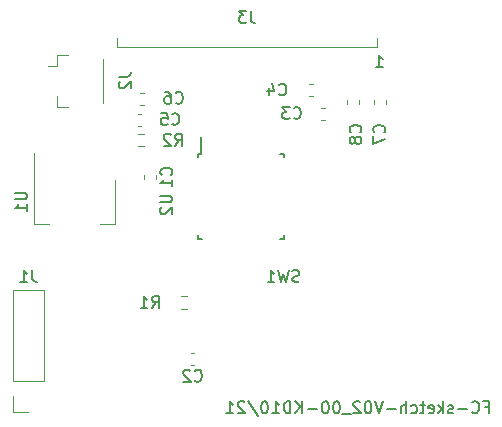
<source format=gbo>
G04 #@! TF.GenerationSoftware,KiCad,Pcbnew,5.1.10-88a1d61d58~90~ubuntu20.04.1*
G04 #@! TF.CreationDate,2021-11-23T17:14:05+00:00*
G04 #@! TF.ProjectId,sketch_v2,736b6574-6368-45f7-9632-2e6b69636164,rev?*
G04 #@! TF.SameCoordinates,Original*
G04 #@! TF.FileFunction,Legend,Bot*
G04 #@! TF.FilePolarity,Positive*
%FSLAX46Y46*%
G04 Gerber Fmt 4.6, Leading zero omitted, Abs format (unit mm)*
G04 Created by KiCad (PCBNEW 5.1.10-88a1d61d58~90~ubuntu20.04.1) date 2021-11-23 17:14:05*
%MOMM*%
%LPD*%
G01*
G04 APERTURE LIST*
%ADD10C,0.150000*%
%ADD11C,0.120000*%
%ADD12R,0.350000X2.000000*%
%ADD13O,1.700000X1.700000*%
%ADD14R,1.700000X1.700000*%
%ADD15R,1.600000X0.550000*%
%ADD16R,0.550000X1.600000*%
%ADD17R,1.500000X1.400000*%
%ADD18R,1.500000X2.000000*%
%ADD19R,3.800000X2.000000*%
%ADD20C,1.100000*%
%ADD21C,0.800000*%
G04 APERTURE END LIST*
D10*
X132161904Y-98328571D02*
X132495238Y-98328571D01*
X132495238Y-98852380D02*
X132495238Y-97852380D01*
X132019047Y-97852380D01*
X131066666Y-98757142D02*
X131114285Y-98804761D01*
X131257142Y-98852380D01*
X131352380Y-98852380D01*
X131495238Y-98804761D01*
X131590476Y-98709523D01*
X131638095Y-98614285D01*
X131685714Y-98423809D01*
X131685714Y-98280952D01*
X131638095Y-98090476D01*
X131590476Y-97995238D01*
X131495238Y-97900000D01*
X131352380Y-97852380D01*
X131257142Y-97852380D01*
X131114285Y-97900000D01*
X131066666Y-97947619D01*
X130638095Y-98471428D02*
X129876190Y-98471428D01*
X129447619Y-98804761D02*
X129352380Y-98852380D01*
X129161904Y-98852380D01*
X129066666Y-98804761D01*
X129019047Y-98709523D01*
X129019047Y-98661904D01*
X129066666Y-98566666D01*
X129161904Y-98519047D01*
X129304761Y-98519047D01*
X129400000Y-98471428D01*
X129447619Y-98376190D01*
X129447619Y-98328571D01*
X129400000Y-98233333D01*
X129304761Y-98185714D01*
X129161904Y-98185714D01*
X129066666Y-98233333D01*
X128590476Y-98852380D02*
X128590476Y-97852380D01*
X128495238Y-98471428D02*
X128209523Y-98852380D01*
X128209523Y-98185714D02*
X128590476Y-98566666D01*
X127400000Y-98804761D02*
X127495238Y-98852380D01*
X127685714Y-98852380D01*
X127780952Y-98804761D01*
X127828571Y-98709523D01*
X127828571Y-98328571D01*
X127780952Y-98233333D01*
X127685714Y-98185714D01*
X127495238Y-98185714D01*
X127400000Y-98233333D01*
X127352380Y-98328571D01*
X127352380Y-98423809D01*
X127828571Y-98519047D01*
X127066666Y-98185714D02*
X126685714Y-98185714D01*
X126923809Y-97852380D02*
X126923809Y-98709523D01*
X126876190Y-98804761D01*
X126780952Y-98852380D01*
X126685714Y-98852380D01*
X125923809Y-98804761D02*
X126019047Y-98852380D01*
X126209523Y-98852380D01*
X126304761Y-98804761D01*
X126352380Y-98757142D01*
X126400000Y-98661904D01*
X126400000Y-98376190D01*
X126352380Y-98280952D01*
X126304761Y-98233333D01*
X126209523Y-98185714D01*
X126019047Y-98185714D01*
X125923809Y-98233333D01*
X125495238Y-98852380D02*
X125495238Y-97852380D01*
X125066666Y-98852380D02*
X125066666Y-98328571D01*
X125114285Y-98233333D01*
X125209523Y-98185714D01*
X125352380Y-98185714D01*
X125447619Y-98233333D01*
X125495238Y-98280952D01*
X124590476Y-98471428D02*
X123828571Y-98471428D01*
X123495238Y-97852380D02*
X123161904Y-98852380D01*
X122828571Y-97852380D01*
X122304761Y-97852380D02*
X122209523Y-97852380D01*
X122114285Y-97900000D01*
X122066666Y-97947619D01*
X122019047Y-98042857D01*
X121971428Y-98233333D01*
X121971428Y-98471428D01*
X122019047Y-98661904D01*
X122066666Y-98757142D01*
X122114285Y-98804761D01*
X122209523Y-98852380D01*
X122304761Y-98852380D01*
X122400000Y-98804761D01*
X122447619Y-98757142D01*
X122495238Y-98661904D01*
X122542857Y-98471428D01*
X122542857Y-98233333D01*
X122495238Y-98042857D01*
X122447619Y-97947619D01*
X122400000Y-97900000D01*
X122304761Y-97852380D01*
X121590476Y-97947619D02*
X121542857Y-97900000D01*
X121447619Y-97852380D01*
X121209523Y-97852380D01*
X121114285Y-97900000D01*
X121066666Y-97947619D01*
X121019047Y-98042857D01*
X121019047Y-98138095D01*
X121066666Y-98280952D01*
X121638095Y-98852380D01*
X121019047Y-98852380D01*
X120828571Y-98947619D02*
X120066666Y-98947619D01*
X119638095Y-97852380D02*
X119542857Y-97852380D01*
X119447619Y-97900000D01*
X119400000Y-97947619D01*
X119352380Y-98042857D01*
X119304761Y-98233333D01*
X119304761Y-98471428D01*
X119352380Y-98661904D01*
X119400000Y-98757142D01*
X119447619Y-98804761D01*
X119542857Y-98852380D01*
X119638095Y-98852380D01*
X119733333Y-98804761D01*
X119780952Y-98757142D01*
X119828571Y-98661904D01*
X119876190Y-98471428D01*
X119876190Y-98233333D01*
X119828571Y-98042857D01*
X119780952Y-97947619D01*
X119733333Y-97900000D01*
X119638095Y-97852380D01*
X118685714Y-97852380D02*
X118590476Y-97852380D01*
X118495238Y-97900000D01*
X118447619Y-97947619D01*
X118400000Y-98042857D01*
X118352380Y-98233333D01*
X118352380Y-98471428D01*
X118400000Y-98661904D01*
X118447619Y-98757142D01*
X118495238Y-98804761D01*
X118590476Y-98852380D01*
X118685714Y-98852380D01*
X118780952Y-98804761D01*
X118828571Y-98757142D01*
X118876190Y-98661904D01*
X118923809Y-98471428D01*
X118923809Y-98233333D01*
X118876190Y-98042857D01*
X118828571Y-97947619D01*
X118780952Y-97900000D01*
X118685714Y-97852380D01*
X117923809Y-98471428D02*
X117161904Y-98471428D01*
X116685714Y-98852380D02*
X116685714Y-97852380D01*
X116114285Y-98852380D02*
X116542857Y-98280952D01*
X116114285Y-97852380D02*
X116685714Y-98423809D01*
X115685714Y-98852380D02*
X115685714Y-97852380D01*
X115447619Y-97852380D01*
X115304761Y-97900000D01*
X115209523Y-97995238D01*
X115161904Y-98090476D01*
X115114285Y-98280952D01*
X115114285Y-98423809D01*
X115161904Y-98614285D01*
X115209523Y-98709523D01*
X115304761Y-98804761D01*
X115447619Y-98852380D01*
X115685714Y-98852380D01*
X114161904Y-98852380D02*
X114733333Y-98852380D01*
X114447619Y-98852380D02*
X114447619Y-97852380D01*
X114542857Y-97995238D01*
X114638095Y-98090476D01*
X114733333Y-98138095D01*
X113542857Y-97852380D02*
X113447619Y-97852380D01*
X113352380Y-97900000D01*
X113304761Y-97947619D01*
X113257142Y-98042857D01*
X113209523Y-98233333D01*
X113209523Y-98471428D01*
X113257142Y-98661904D01*
X113304761Y-98757142D01*
X113352380Y-98804761D01*
X113447619Y-98852380D01*
X113542857Y-98852380D01*
X113638095Y-98804761D01*
X113685714Y-98757142D01*
X113733333Y-98661904D01*
X113780952Y-98471428D01*
X113780952Y-98233333D01*
X113733333Y-98042857D01*
X113685714Y-97947619D01*
X113638095Y-97900000D01*
X113542857Y-97852380D01*
X112066666Y-97804761D02*
X112923809Y-99090476D01*
X111780952Y-97947619D02*
X111733333Y-97900000D01*
X111638095Y-97852380D01*
X111400000Y-97852380D01*
X111304761Y-97900000D01*
X111257142Y-97947619D01*
X111209523Y-98042857D01*
X111209523Y-98138095D01*
X111257142Y-98280952D01*
X111828571Y-98852380D01*
X111209523Y-98852380D01*
X110257142Y-98852380D02*
X110828571Y-98852380D01*
X110542857Y-98852380D02*
X110542857Y-97852380D01*
X110638095Y-97995238D01*
X110733333Y-98090476D01*
X110828571Y-98138095D01*
D11*
X99810000Y-68860000D02*
X99810000Y-72590000D01*
X95890000Y-72960000D02*
X95890000Y-72010000D01*
X96840000Y-72960000D02*
X95890000Y-72960000D01*
X95890000Y-69440000D02*
X95200000Y-69440000D01*
X95890000Y-68490000D02*
X95890000Y-69440000D01*
X96840000Y-68490000D02*
X95890000Y-68490000D01*
X103254724Y-76272500D02*
X102745276Y-76272500D01*
X103254724Y-75227500D02*
X102745276Y-75227500D01*
X101000000Y-67850000D02*
X101000000Y-67100000D01*
X123000000Y-67850000D02*
X101000000Y-67850000D01*
X123000000Y-67100000D02*
X123000000Y-67850000D01*
X92170000Y-98730000D02*
X93500000Y-98730000D01*
X92170000Y-97400000D02*
X92170000Y-98730000D01*
X92170000Y-96130000D02*
X94830000Y-96130000D01*
X94830000Y-96130000D02*
X94830000Y-88450000D01*
X92170000Y-96130000D02*
X92170000Y-88450000D01*
X92170000Y-88450000D02*
X94830000Y-88450000D01*
X120490000Y-72646267D02*
X120490000Y-72353733D01*
X121510000Y-72646267D02*
X121510000Y-72353733D01*
X123760000Y-72353733D02*
X123760000Y-72646267D01*
X122740000Y-72353733D02*
X122740000Y-72646267D01*
X103283767Y-72760000D02*
X102991233Y-72760000D01*
X103283767Y-71740000D02*
X102991233Y-71740000D01*
X103033767Y-74510000D02*
X102741233Y-74510000D01*
X103033767Y-73490000D02*
X102741233Y-73490000D01*
X117291233Y-70990000D02*
X117583767Y-70990000D01*
X117291233Y-72010000D02*
X117583767Y-72010000D01*
X118583767Y-74010000D02*
X118291233Y-74010000D01*
X118583767Y-72990000D02*
X118291233Y-72990000D01*
X106432776Y-88977500D02*
X106942224Y-88977500D01*
X106432776Y-90022500D02*
X106942224Y-90022500D01*
X107253733Y-93790000D02*
X107546267Y-93790000D01*
X107253733Y-94810000D02*
X107546267Y-94810000D01*
X103290000Y-79008767D02*
X103290000Y-78716233D01*
X104310000Y-79008767D02*
X104310000Y-78716233D01*
D10*
X107875000Y-76875000D02*
X108100000Y-76875000D01*
X107875000Y-84125000D02*
X108200000Y-84125000D01*
X115125000Y-84125000D02*
X114800000Y-84125000D01*
X115125000Y-76875000D02*
X114800000Y-76875000D01*
X107875000Y-76875000D02*
X107875000Y-77200000D01*
X115125000Y-76875000D02*
X115125000Y-77200000D01*
X115125000Y-84125000D02*
X115125000Y-83800000D01*
X107875000Y-84125000D02*
X107875000Y-83800000D01*
X108100000Y-76875000D02*
X108100000Y-75450000D01*
D11*
X100810000Y-82860000D02*
X99550000Y-82860000D01*
X93990000Y-82860000D02*
X95250000Y-82860000D01*
X100810000Y-79100000D02*
X100810000Y-82860000D01*
X93990000Y-76850000D02*
X93990000Y-82860000D01*
D10*
X101152380Y-70366666D02*
X101866666Y-70366666D01*
X102009523Y-70319047D01*
X102104761Y-70223809D01*
X102152380Y-70080952D01*
X102152380Y-69985714D01*
X101247619Y-70795238D02*
X101200000Y-70842857D01*
X101152380Y-70938095D01*
X101152380Y-71176190D01*
X101200000Y-71271428D01*
X101247619Y-71319047D01*
X101342857Y-71366666D01*
X101438095Y-71366666D01*
X101580952Y-71319047D01*
X102152380Y-70747619D01*
X102152380Y-71366666D01*
X105916666Y-76202380D02*
X106250000Y-75726190D01*
X106488095Y-76202380D02*
X106488095Y-75202380D01*
X106107142Y-75202380D01*
X106011904Y-75250000D01*
X105964285Y-75297619D01*
X105916666Y-75392857D01*
X105916666Y-75535714D01*
X105964285Y-75630952D01*
X106011904Y-75678571D01*
X106107142Y-75726190D01*
X106488095Y-75726190D01*
X105535714Y-75297619D02*
X105488095Y-75250000D01*
X105392857Y-75202380D01*
X105154761Y-75202380D01*
X105059523Y-75250000D01*
X105011904Y-75297619D01*
X104964285Y-75392857D01*
X104964285Y-75488095D01*
X105011904Y-75630952D01*
X105583333Y-76202380D01*
X104964285Y-76202380D01*
X112333333Y-64802380D02*
X112333333Y-65516666D01*
X112380952Y-65659523D01*
X112476190Y-65754761D01*
X112619047Y-65802380D01*
X112714285Y-65802380D01*
X111952380Y-64802380D02*
X111333333Y-64802380D01*
X111666666Y-65183333D01*
X111523809Y-65183333D01*
X111428571Y-65230952D01*
X111380952Y-65278571D01*
X111333333Y-65373809D01*
X111333333Y-65611904D01*
X111380952Y-65707142D01*
X111428571Y-65754761D01*
X111523809Y-65802380D01*
X111809523Y-65802380D01*
X111904761Y-65754761D01*
X111952380Y-65707142D01*
X122914285Y-69552380D02*
X123485714Y-69552380D01*
X123200000Y-69552380D02*
X123200000Y-68552380D01*
X123295238Y-68695238D01*
X123390476Y-68790476D01*
X123485714Y-68838095D01*
X93833333Y-86752380D02*
X93833333Y-87466666D01*
X93880952Y-87609523D01*
X93976190Y-87704761D01*
X94119047Y-87752380D01*
X94214285Y-87752380D01*
X92833333Y-87752380D02*
X93404761Y-87752380D01*
X93119047Y-87752380D02*
X93119047Y-86752380D01*
X93214285Y-86895238D01*
X93309523Y-86990476D01*
X93404761Y-87038095D01*
X121607142Y-75083333D02*
X121654761Y-75035714D01*
X121702380Y-74892857D01*
X121702380Y-74797619D01*
X121654761Y-74654761D01*
X121559523Y-74559523D01*
X121464285Y-74511904D01*
X121273809Y-74464285D01*
X121130952Y-74464285D01*
X120940476Y-74511904D01*
X120845238Y-74559523D01*
X120750000Y-74654761D01*
X120702380Y-74797619D01*
X120702380Y-74892857D01*
X120750000Y-75035714D01*
X120797619Y-75083333D01*
X121130952Y-75654761D02*
X121083333Y-75559523D01*
X121035714Y-75511904D01*
X120940476Y-75464285D01*
X120892857Y-75464285D01*
X120797619Y-75511904D01*
X120750000Y-75559523D01*
X120702380Y-75654761D01*
X120702380Y-75845238D01*
X120750000Y-75940476D01*
X120797619Y-75988095D01*
X120892857Y-76035714D01*
X120940476Y-76035714D01*
X121035714Y-75988095D01*
X121083333Y-75940476D01*
X121130952Y-75845238D01*
X121130952Y-75654761D01*
X121178571Y-75559523D01*
X121226190Y-75511904D01*
X121321428Y-75464285D01*
X121511904Y-75464285D01*
X121607142Y-75511904D01*
X121654761Y-75559523D01*
X121702380Y-75654761D01*
X121702380Y-75845238D01*
X121654761Y-75940476D01*
X121607142Y-75988095D01*
X121511904Y-76035714D01*
X121321428Y-76035714D01*
X121226190Y-75988095D01*
X121178571Y-75940476D01*
X121130952Y-75845238D01*
X123607142Y-75083333D02*
X123654761Y-75035714D01*
X123702380Y-74892857D01*
X123702380Y-74797619D01*
X123654761Y-74654761D01*
X123559523Y-74559523D01*
X123464285Y-74511904D01*
X123273809Y-74464285D01*
X123130952Y-74464285D01*
X122940476Y-74511904D01*
X122845238Y-74559523D01*
X122750000Y-74654761D01*
X122702380Y-74797619D01*
X122702380Y-74892857D01*
X122750000Y-75035714D01*
X122797619Y-75083333D01*
X122702380Y-75416666D02*
X122702380Y-76083333D01*
X123702380Y-75654761D01*
X105966666Y-72557142D02*
X106014285Y-72604761D01*
X106157142Y-72652380D01*
X106252380Y-72652380D01*
X106395238Y-72604761D01*
X106490476Y-72509523D01*
X106538095Y-72414285D01*
X106585714Y-72223809D01*
X106585714Y-72080952D01*
X106538095Y-71890476D01*
X106490476Y-71795238D01*
X106395238Y-71700000D01*
X106252380Y-71652380D01*
X106157142Y-71652380D01*
X106014285Y-71700000D01*
X105966666Y-71747619D01*
X105109523Y-71652380D02*
X105300000Y-71652380D01*
X105395238Y-71700000D01*
X105442857Y-71747619D01*
X105538095Y-71890476D01*
X105585714Y-72080952D01*
X105585714Y-72461904D01*
X105538095Y-72557142D01*
X105490476Y-72604761D01*
X105395238Y-72652380D01*
X105204761Y-72652380D01*
X105109523Y-72604761D01*
X105061904Y-72557142D01*
X105014285Y-72461904D01*
X105014285Y-72223809D01*
X105061904Y-72128571D01*
X105109523Y-72080952D01*
X105204761Y-72033333D01*
X105395238Y-72033333D01*
X105490476Y-72080952D01*
X105538095Y-72128571D01*
X105585714Y-72223809D01*
X105666666Y-74357142D02*
X105714285Y-74404761D01*
X105857142Y-74452380D01*
X105952380Y-74452380D01*
X106095238Y-74404761D01*
X106190476Y-74309523D01*
X106238095Y-74214285D01*
X106285714Y-74023809D01*
X106285714Y-73880952D01*
X106238095Y-73690476D01*
X106190476Y-73595238D01*
X106095238Y-73500000D01*
X105952380Y-73452380D01*
X105857142Y-73452380D01*
X105714285Y-73500000D01*
X105666666Y-73547619D01*
X104761904Y-73452380D02*
X105238095Y-73452380D01*
X105285714Y-73928571D01*
X105238095Y-73880952D01*
X105142857Y-73833333D01*
X104904761Y-73833333D01*
X104809523Y-73880952D01*
X104761904Y-73928571D01*
X104714285Y-74023809D01*
X104714285Y-74261904D01*
X104761904Y-74357142D01*
X104809523Y-74404761D01*
X104904761Y-74452380D01*
X105142857Y-74452380D01*
X105238095Y-74404761D01*
X105285714Y-74357142D01*
X114716666Y-71857142D02*
X114764285Y-71904761D01*
X114907142Y-71952380D01*
X115002380Y-71952380D01*
X115145238Y-71904761D01*
X115240476Y-71809523D01*
X115288095Y-71714285D01*
X115335714Y-71523809D01*
X115335714Y-71380952D01*
X115288095Y-71190476D01*
X115240476Y-71095238D01*
X115145238Y-71000000D01*
X115002380Y-70952380D01*
X114907142Y-70952380D01*
X114764285Y-71000000D01*
X114716666Y-71047619D01*
X113859523Y-71285714D02*
X113859523Y-71952380D01*
X114097619Y-70904761D02*
X114335714Y-71619047D01*
X113716666Y-71619047D01*
X115966666Y-73857142D02*
X116014285Y-73904761D01*
X116157142Y-73952380D01*
X116252380Y-73952380D01*
X116395238Y-73904761D01*
X116490476Y-73809523D01*
X116538095Y-73714285D01*
X116585714Y-73523809D01*
X116585714Y-73380952D01*
X116538095Y-73190476D01*
X116490476Y-73095238D01*
X116395238Y-73000000D01*
X116252380Y-72952380D01*
X116157142Y-72952380D01*
X116014285Y-73000000D01*
X115966666Y-73047619D01*
X115633333Y-72952380D02*
X115014285Y-72952380D01*
X115347619Y-73333333D01*
X115204761Y-73333333D01*
X115109523Y-73380952D01*
X115061904Y-73428571D01*
X115014285Y-73523809D01*
X115014285Y-73761904D01*
X115061904Y-73857142D01*
X115109523Y-73904761D01*
X115204761Y-73952380D01*
X115490476Y-73952380D01*
X115585714Y-73904761D01*
X115633333Y-73857142D01*
X103966666Y-89952380D02*
X104300000Y-89476190D01*
X104538095Y-89952380D02*
X104538095Y-88952380D01*
X104157142Y-88952380D01*
X104061904Y-89000000D01*
X104014285Y-89047619D01*
X103966666Y-89142857D01*
X103966666Y-89285714D01*
X104014285Y-89380952D01*
X104061904Y-89428571D01*
X104157142Y-89476190D01*
X104538095Y-89476190D01*
X103014285Y-89952380D02*
X103585714Y-89952380D01*
X103300000Y-89952380D02*
X103300000Y-88952380D01*
X103395238Y-89095238D01*
X103490476Y-89190476D01*
X103585714Y-89238095D01*
X107566666Y-96087142D02*
X107614285Y-96134761D01*
X107757142Y-96182380D01*
X107852380Y-96182380D01*
X107995238Y-96134761D01*
X108090476Y-96039523D01*
X108138095Y-95944285D01*
X108185714Y-95753809D01*
X108185714Y-95610952D01*
X108138095Y-95420476D01*
X108090476Y-95325238D01*
X107995238Y-95230000D01*
X107852380Y-95182380D01*
X107757142Y-95182380D01*
X107614285Y-95230000D01*
X107566666Y-95277619D01*
X107185714Y-95277619D02*
X107138095Y-95230000D01*
X107042857Y-95182380D01*
X106804761Y-95182380D01*
X106709523Y-95230000D01*
X106661904Y-95277619D01*
X106614285Y-95372857D01*
X106614285Y-95468095D01*
X106661904Y-95610952D01*
X107233333Y-96182380D01*
X106614285Y-96182380D01*
X105587142Y-78695833D02*
X105634761Y-78648214D01*
X105682380Y-78505357D01*
X105682380Y-78410119D01*
X105634761Y-78267261D01*
X105539523Y-78172023D01*
X105444285Y-78124404D01*
X105253809Y-78076785D01*
X105110952Y-78076785D01*
X104920476Y-78124404D01*
X104825238Y-78172023D01*
X104730000Y-78267261D01*
X104682380Y-78410119D01*
X104682380Y-78505357D01*
X104730000Y-78648214D01*
X104777619Y-78695833D01*
X105682380Y-79648214D02*
X105682380Y-79076785D01*
X105682380Y-79362500D02*
X104682380Y-79362500D01*
X104825238Y-79267261D01*
X104920476Y-79172023D01*
X104968095Y-79076785D01*
X104652380Y-80438095D02*
X105461904Y-80438095D01*
X105557142Y-80485714D01*
X105604761Y-80533333D01*
X105652380Y-80628571D01*
X105652380Y-80819047D01*
X105604761Y-80914285D01*
X105557142Y-80961904D01*
X105461904Y-81009523D01*
X104652380Y-81009523D01*
X104747619Y-81438095D02*
X104700000Y-81485714D01*
X104652380Y-81580952D01*
X104652380Y-81819047D01*
X104700000Y-81914285D01*
X104747619Y-81961904D01*
X104842857Y-82009523D01*
X104938095Y-82009523D01*
X105080952Y-81961904D01*
X105652380Y-81390476D01*
X105652380Y-82009523D01*
X116433333Y-87704761D02*
X116290476Y-87752380D01*
X116052380Y-87752380D01*
X115957142Y-87704761D01*
X115909523Y-87657142D01*
X115861904Y-87561904D01*
X115861904Y-87466666D01*
X115909523Y-87371428D01*
X115957142Y-87323809D01*
X116052380Y-87276190D01*
X116242857Y-87228571D01*
X116338095Y-87180952D01*
X116385714Y-87133333D01*
X116433333Y-87038095D01*
X116433333Y-86942857D01*
X116385714Y-86847619D01*
X116338095Y-86800000D01*
X116242857Y-86752380D01*
X116004761Y-86752380D01*
X115861904Y-86800000D01*
X115528571Y-86752380D02*
X115290476Y-87752380D01*
X115100000Y-87038095D01*
X114909523Y-87752380D01*
X114671428Y-86752380D01*
X113766666Y-87752380D02*
X114338095Y-87752380D01*
X114052380Y-87752380D02*
X114052380Y-86752380D01*
X114147619Y-86895238D01*
X114242857Y-86990476D01*
X114338095Y-87038095D01*
X92352380Y-80188095D02*
X93161904Y-80188095D01*
X93257142Y-80235714D01*
X93304761Y-80283333D01*
X93352380Y-80378571D01*
X93352380Y-80569047D01*
X93304761Y-80664285D01*
X93257142Y-80711904D01*
X93161904Y-80759523D01*
X92352380Y-80759523D01*
X93352380Y-81759523D02*
X93352380Y-81188095D01*
X93352380Y-81473809D02*
X92352380Y-81473809D01*
X92495238Y-81378571D01*
X92590476Y-81283333D01*
X92638095Y-81188095D01*
%LPC*%
G36*
G01*
X97349999Y-72850000D02*
X99850001Y-72850000D01*
G75*
G02*
X100100000Y-73099999I0J-249999D01*
G01*
X100100000Y-74700001D01*
G75*
G02*
X99850001Y-74950000I-249999J0D01*
G01*
X97349999Y-74950000D01*
G75*
G02*
X97100000Y-74700001I0J249999D01*
G01*
X97100000Y-73099999D01*
G75*
G02*
X97349999Y-72850000I249999J0D01*
G01*
G37*
G36*
G01*
X97349999Y-66500000D02*
X99850001Y-66500000D01*
G75*
G02*
X100100000Y-66749999I0J-249999D01*
G01*
X100100000Y-68350001D01*
G75*
G02*
X99850001Y-68600000I-249999J0D01*
G01*
X97349999Y-68600000D01*
G75*
G02*
X97100000Y-68350001I0J249999D01*
G01*
X97100000Y-66749999D01*
G75*
G02*
X97349999Y-66500000I249999J0D01*
G01*
G37*
G36*
G01*
X95400000Y-70950000D02*
X96300000Y-70950000D01*
G75*
G02*
X96500000Y-71150000I0J-200000D01*
G01*
X96500000Y-71550000D01*
G75*
G02*
X96300000Y-71750000I-200000J0D01*
G01*
X95400000Y-71750000D01*
G75*
G02*
X95200000Y-71550000I0J200000D01*
G01*
X95200000Y-71150000D01*
G75*
G02*
X95400000Y-70950000I200000J0D01*
G01*
G37*
G36*
G01*
X95400000Y-69700000D02*
X96300000Y-69700000D01*
G75*
G02*
X96500000Y-69900000I0J-200000D01*
G01*
X96500000Y-70300000D01*
G75*
G02*
X96300000Y-70500000I-200000J0D01*
G01*
X95400000Y-70500000D01*
G75*
G02*
X95200000Y-70300000I0J200000D01*
G01*
X95200000Y-69900000D01*
G75*
G02*
X95400000Y-69700000I200000J0D01*
G01*
G37*
G36*
G01*
X102575000Y-75512500D02*
X102575000Y-75987500D01*
G75*
G02*
X102337500Y-76225000I-237500J0D01*
G01*
X101837500Y-76225000D01*
G75*
G02*
X101600000Y-75987500I0J237500D01*
G01*
X101600000Y-75512500D01*
G75*
G02*
X101837500Y-75275000I237500J0D01*
G01*
X102337500Y-75275000D01*
G75*
G02*
X102575000Y-75512500I0J-237500D01*
G01*
G37*
G36*
G01*
X104400000Y-75512500D02*
X104400000Y-75987500D01*
G75*
G02*
X104162500Y-76225000I-237500J0D01*
G01*
X103662500Y-76225000D01*
G75*
G02*
X103425000Y-75987500I0J237500D01*
G01*
X103425000Y-75512500D01*
G75*
G02*
X103662500Y-75275000I237500J0D01*
G01*
X104162500Y-75275000D01*
G75*
G02*
X104400000Y-75512500I0J-237500D01*
G01*
G37*
D12*
X101850000Y-69100000D03*
X102550000Y-69100000D03*
X103250000Y-69100000D03*
X103950000Y-69100000D03*
X104650000Y-69100000D03*
X105350000Y-69100000D03*
X106050000Y-69100000D03*
X106750000Y-69100000D03*
X107450000Y-69100000D03*
X108150000Y-69100000D03*
X108850000Y-69100000D03*
X109550000Y-69100000D03*
X110250000Y-69100000D03*
X110950000Y-69100000D03*
X111650000Y-69100000D03*
X112350000Y-69100000D03*
X113050000Y-69100000D03*
X113750000Y-69100000D03*
X114450000Y-69100000D03*
X115150000Y-69100000D03*
X115850000Y-69100000D03*
X116550000Y-69100000D03*
X117250000Y-69100000D03*
X117950000Y-69100000D03*
X118650000Y-69100000D03*
X119350000Y-69100000D03*
X120050000Y-69100000D03*
X120750000Y-69100000D03*
X121450000Y-69100000D03*
X122150000Y-69100000D03*
D13*
X93500000Y-89780000D03*
X93500000Y-92320000D03*
X93500000Y-94860000D03*
D14*
X93500000Y-97400000D03*
G36*
G01*
X121237500Y-72175000D02*
X120762500Y-72175000D01*
G75*
G02*
X120525000Y-71937500I0J237500D01*
G01*
X120525000Y-71337500D01*
G75*
G02*
X120762500Y-71100000I237500J0D01*
G01*
X121237500Y-71100000D01*
G75*
G02*
X121475000Y-71337500I0J-237500D01*
G01*
X121475000Y-71937500D01*
G75*
G02*
X121237500Y-72175000I-237500J0D01*
G01*
G37*
G36*
G01*
X121237500Y-73900000D02*
X120762500Y-73900000D01*
G75*
G02*
X120525000Y-73662500I0J237500D01*
G01*
X120525000Y-73062500D01*
G75*
G02*
X120762500Y-72825000I237500J0D01*
G01*
X121237500Y-72825000D01*
G75*
G02*
X121475000Y-73062500I0J-237500D01*
G01*
X121475000Y-73662500D01*
G75*
G02*
X121237500Y-73900000I-237500J0D01*
G01*
G37*
G36*
G01*
X123012500Y-72825000D02*
X123487500Y-72825000D01*
G75*
G02*
X123725000Y-73062500I0J-237500D01*
G01*
X123725000Y-73662500D01*
G75*
G02*
X123487500Y-73900000I-237500J0D01*
G01*
X123012500Y-73900000D01*
G75*
G02*
X122775000Y-73662500I0J237500D01*
G01*
X122775000Y-73062500D01*
G75*
G02*
X123012500Y-72825000I237500J0D01*
G01*
G37*
G36*
G01*
X123012500Y-71100000D02*
X123487500Y-71100000D01*
G75*
G02*
X123725000Y-71337500I0J-237500D01*
G01*
X123725000Y-71937500D01*
G75*
G02*
X123487500Y-72175000I-237500J0D01*
G01*
X123012500Y-72175000D01*
G75*
G02*
X122775000Y-71937500I0J237500D01*
G01*
X122775000Y-71337500D01*
G75*
G02*
X123012500Y-71100000I237500J0D01*
G01*
G37*
G36*
G01*
X102812500Y-72012500D02*
X102812500Y-72487500D01*
G75*
G02*
X102575000Y-72725000I-237500J0D01*
G01*
X101975000Y-72725000D01*
G75*
G02*
X101737500Y-72487500I0J237500D01*
G01*
X101737500Y-72012500D01*
G75*
G02*
X101975000Y-71775000I237500J0D01*
G01*
X102575000Y-71775000D01*
G75*
G02*
X102812500Y-72012500I0J-237500D01*
G01*
G37*
G36*
G01*
X104537500Y-72012500D02*
X104537500Y-72487500D01*
G75*
G02*
X104300000Y-72725000I-237500J0D01*
G01*
X103700000Y-72725000D01*
G75*
G02*
X103462500Y-72487500I0J237500D01*
G01*
X103462500Y-72012500D01*
G75*
G02*
X103700000Y-71775000I237500J0D01*
G01*
X104300000Y-71775000D01*
G75*
G02*
X104537500Y-72012500I0J-237500D01*
G01*
G37*
G36*
G01*
X102562500Y-73762500D02*
X102562500Y-74237500D01*
G75*
G02*
X102325000Y-74475000I-237500J0D01*
G01*
X101725000Y-74475000D01*
G75*
G02*
X101487500Y-74237500I0J237500D01*
G01*
X101487500Y-73762500D01*
G75*
G02*
X101725000Y-73525000I237500J0D01*
G01*
X102325000Y-73525000D01*
G75*
G02*
X102562500Y-73762500I0J-237500D01*
G01*
G37*
G36*
G01*
X104287500Y-73762500D02*
X104287500Y-74237500D01*
G75*
G02*
X104050000Y-74475000I-237500J0D01*
G01*
X103450000Y-74475000D01*
G75*
G02*
X103212500Y-74237500I0J237500D01*
G01*
X103212500Y-73762500D01*
G75*
G02*
X103450000Y-73525000I237500J0D01*
G01*
X104050000Y-73525000D01*
G75*
G02*
X104287500Y-73762500I0J-237500D01*
G01*
G37*
G36*
G01*
X117762500Y-71737500D02*
X117762500Y-71262500D01*
G75*
G02*
X118000000Y-71025000I237500J0D01*
G01*
X118600000Y-71025000D01*
G75*
G02*
X118837500Y-71262500I0J-237500D01*
G01*
X118837500Y-71737500D01*
G75*
G02*
X118600000Y-71975000I-237500J0D01*
G01*
X118000000Y-71975000D01*
G75*
G02*
X117762500Y-71737500I0J237500D01*
G01*
G37*
G36*
G01*
X116037500Y-71737500D02*
X116037500Y-71262500D01*
G75*
G02*
X116275000Y-71025000I237500J0D01*
G01*
X116875000Y-71025000D01*
G75*
G02*
X117112500Y-71262500I0J-237500D01*
G01*
X117112500Y-71737500D01*
G75*
G02*
X116875000Y-71975000I-237500J0D01*
G01*
X116275000Y-71975000D01*
G75*
G02*
X116037500Y-71737500I0J237500D01*
G01*
G37*
G36*
G01*
X118112500Y-73262500D02*
X118112500Y-73737500D01*
G75*
G02*
X117875000Y-73975000I-237500J0D01*
G01*
X117275000Y-73975000D01*
G75*
G02*
X117037500Y-73737500I0J237500D01*
G01*
X117037500Y-73262500D01*
G75*
G02*
X117275000Y-73025000I237500J0D01*
G01*
X117875000Y-73025000D01*
G75*
G02*
X118112500Y-73262500I0J-237500D01*
G01*
G37*
G36*
G01*
X119837500Y-73262500D02*
X119837500Y-73737500D01*
G75*
G02*
X119600000Y-73975000I-237500J0D01*
G01*
X119000000Y-73975000D01*
G75*
G02*
X118762500Y-73737500I0J237500D01*
G01*
X118762500Y-73262500D01*
G75*
G02*
X119000000Y-73025000I237500J0D01*
G01*
X119600000Y-73025000D01*
G75*
G02*
X119837500Y-73262500I0J-237500D01*
G01*
G37*
G36*
G01*
X107112500Y-89737500D02*
X107112500Y-89262500D01*
G75*
G02*
X107350000Y-89025000I237500J0D01*
G01*
X107850000Y-89025000D01*
G75*
G02*
X108087500Y-89262500I0J-237500D01*
G01*
X108087500Y-89737500D01*
G75*
G02*
X107850000Y-89975000I-237500J0D01*
G01*
X107350000Y-89975000D01*
G75*
G02*
X107112500Y-89737500I0J237500D01*
G01*
G37*
G36*
G01*
X105287500Y-89737500D02*
X105287500Y-89262500D01*
G75*
G02*
X105525000Y-89025000I237500J0D01*
G01*
X106025000Y-89025000D01*
G75*
G02*
X106262500Y-89262500I0J-237500D01*
G01*
X106262500Y-89737500D01*
G75*
G02*
X106025000Y-89975000I-237500J0D01*
G01*
X105525000Y-89975000D01*
G75*
G02*
X105287500Y-89737500I0J237500D01*
G01*
G37*
G36*
G01*
X107725000Y-94537500D02*
X107725000Y-94062500D01*
G75*
G02*
X107962500Y-93825000I237500J0D01*
G01*
X108562500Y-93825000D01*
G75*
G02*
X108800000Y-94062500I0J-237500D01*
G01*
X108800000Y-94537500D01*
G75*
G02*
X108562500Y-94775000I-237500J0D01*
G01*
X107962500Y-94775000D01*
G75*
G02*
X107725000Y-94537500I0J237500D01*
G01*
G37*
G36*
G01*
X106000000Y-94537500D02*
X106000000Y-94062500D01*
G75*
G02*
X106237500Y-93825000I237500J0D01*
G01*
X106837500Y-93825000D01*
G75*
G02*
X107075000Y-94062500I0J-237500D01*
G01*
X107075000Y-94537500D01*
G75*
G02*
X106837500Y-94775000I-237500J0D01*
G01*
X106237500Y-94775000D01*
G75*
G02*
X106000000Y-94537500I0J237500D01*
G01*
G37*
G36*
G01*
X104037500Y-78537500D02*
X103562500Y-78537500D01*
G75*
G02*
X103325000Y-78300000I0J237500D01*
G01*
X103325000Y-77700000D01*
G75*
G02*
X103562500Y-77462500I237500J0D01*
G01*
X104037500Y-77462500D01*
G75*
G02*
X104275000Y-77700000I0J-237500D01*
G01*
X104275000Y-78300000D01*
G75*
G02*
X104037500Y-78537500I-237500J0D01*
G01*
G37*
G36*
G01*
X104037500Y-80262500D02*
X103562500Y-80262500D01*
G75*
G02*
X103325000Y-80025000I0J237500D01*
G01*
X103325000Y-79425000D01*
G75*
G02*
X103562500Y-79187500I237500J0D01*
G01*
X104037500Y-79187500D01*
G75*
G02*
X104275000Y-79425000I0J-237500D01*
G01*
X104275000Y-80025000D01*
G75*
G02*
X104037500Y-80262500I-237500J0D01*
G01*
G37*
D15*
X107250000Y-77700000D03*
X107250000Y-78500000D03*
X107250000Y-79300000D03*
X107250000Y-80100000D03*
X107250000Y-80900000D03*
X107250000Y-81700000D03*
X107250000Y-82500000D03*
X107250000Y-83300000D03*
D16*
X108700000Y-84750000D03*
X109500000Y-84750000D03*
X110300000Y-84750000D03*
X111100000Y-84750000D03*
X111900000Y-84750000D03*
X112700000Y-84750000D03*
X113500000Y-84750000D03*
X114300000Y-84750000D03*
D15*
X115750000Y-83300000D03*
X115750000Y-82500000D03*
X115750000Y-81700000D03*
X115750000Y-80900000D03*
X115750000Y-80100000D03*
X115750000Y-79300000D03*
X115750000Y-78500000D03*
X115750000Y-77700000D03*
D16*
X114300000Y-76250000D03*
X113500000Y-76250000D03*
X112700000Y-76250000D03*
X111900000Y-76250000D03*
X111100000Y-76250000D03*
X110300000Y-76250000D03*
X109500000Y-76250000D03*
X108700000Y-76250000D03*
D17*
X112000000Y-89500000D03*
X118500000Y-89500000D03*
D18*
X95100000Y-77800000D03*
X99700000Y-77800000D03*
X97400000Y-77800000D03*
D19*
X97400000Y-84100000D03*
D20*
X110656497Y-94593503D03*
D21*
X113343503Y-91906497D03*
M02*

</source>
